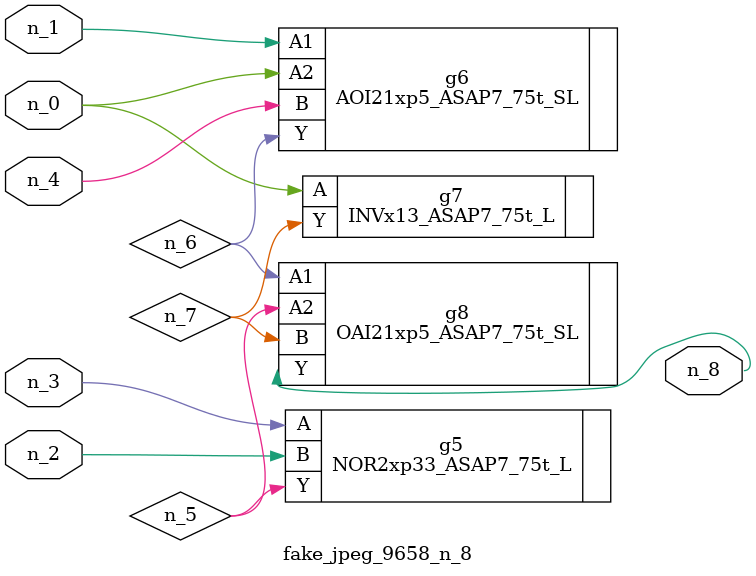
<source format=v>
module fake_jpeg_9658_n_8 (n_3, n_2, n_1, n_0, n_4, n_8);

input n_3;
input n_2;
input n_1;
input n_0;
input n_4;

output n_8;

wire n_6;
wire n_5;
wire n_7;

NOR2xp33_ASAP7_75t_L g5 ( 
.A(n_3),
.B(n_2),
.Y(n_5)
);

AOI21xp5_ASAP7_75t_SL g6 ( 
.A1(n_1),
.A2(n_0),
.B(n_4),
.Y(n_6)
);

INVx13_ASAP7_75t_L g7 ( 
.A(n_0),
.Y(n_7)
);

OAI21xp5_ASAP7_75t_SL g8 ( 
.A1(n_6),
.A2(n_5),
.B(n_7),
.Y(n_8)
);


endmodule
</source>
